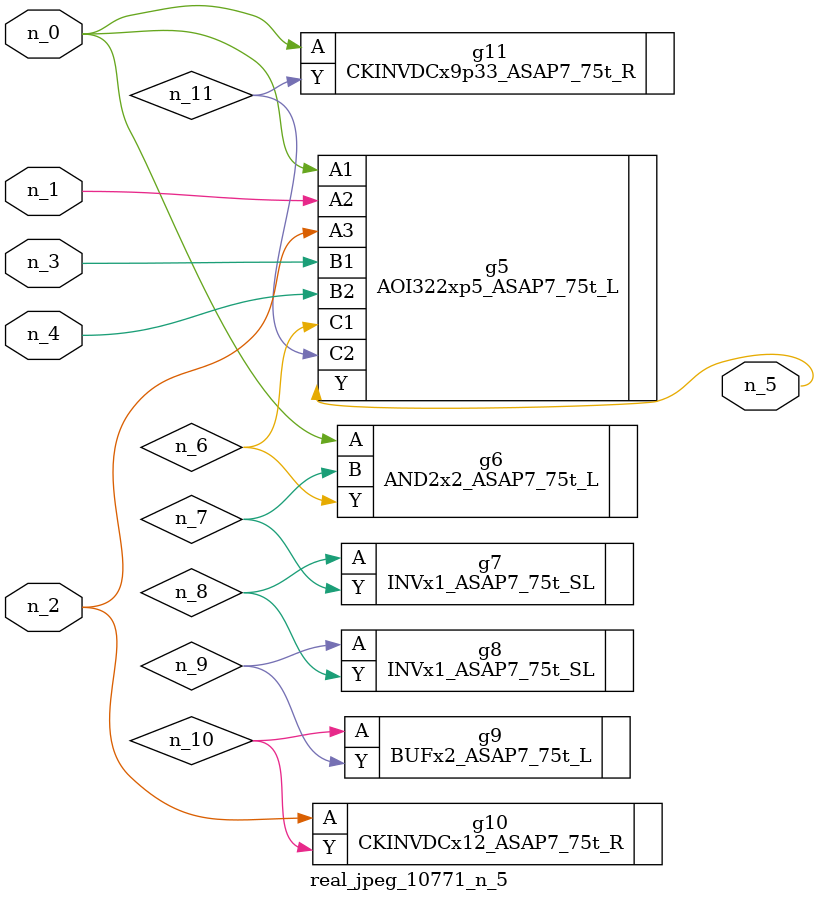
<source format=v>
module real_jpeg_10771_n_5 (n_4, n_0, n_1, n_2, n_3, n_5);

input n_4;
input n_0;
input n_1;
input n_2;
input n_3;

output n_5;

wire n_8;
wire n_11;
wire n_6;
wire n_7;
wire n_10;
wire n_9;

AOI322xp5_ASAP7_75t_L g5 ( 
.A1(n_0),
.A2(n_1),
.A3(n_2),
.B1(n_3),
.B2(n_4),
.C1(n_6),
.C2(n_11),
.Y(n_5)
);

AND2x2_ASAP7_75t_L g6 ( 
.A(n_0),
.B(n_7),
.Y(n_6)
);

CKINVDCx9p33_ASAP7_75t_R g11 ( 
.A(n_0),
.Y(n_11)
);

CKINVDCx12_ASAP7_75t_R g10 ( 
.A(n_2),
.Y(n_10)
);

INVx1_ASAP7_75t_SL g7 ( 
.A(n_8),
.Y(n_7)
);

INVx1_ASAP7_75t_SL g8 ( 
.A(n_9),
.Y(n_8)
);

BUFx2_ASAP7_75t_L g9 ( 
.A(n_10),
.Y(n_9)
);


endmodule
</source>
